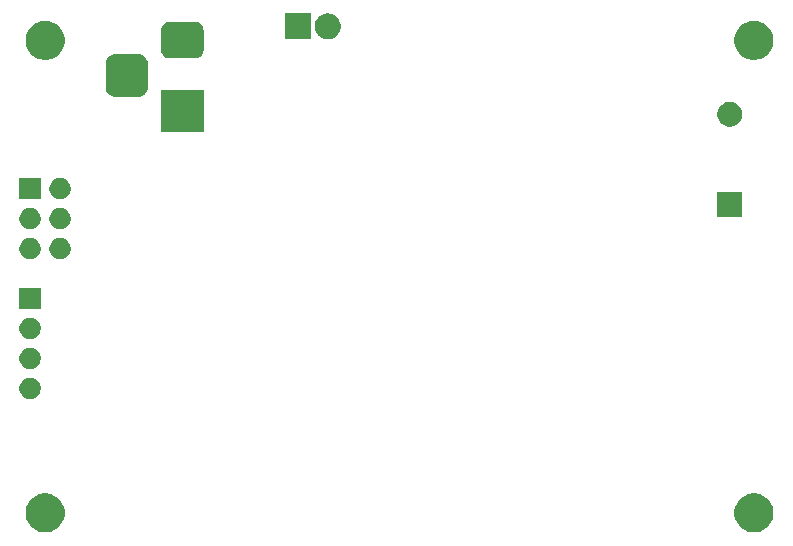
<source format=gbr>
G04 #@! TF.GenerationSoftware,KiCad,Pcbnew,(5.1.5-0-10_14)*
G04 #@! TF.CreationDate,2020-02-02T16:03:58+03:00*
G04 #@! TF.ProjectId,timer,74696d65-722e-46b6-9963-61645f706362,rev?*
G04 #@! TF.SameCoordinates,Original*
G04 #@! TF.FileFunction,Soldermask,Bot*
G04 #@! TF.FilePolarity,Negative*
%FSLAX46Y46*%
G04 Gerber Fmt 4.6, Leading zero omitted, Abs format (unit mm)*
G04 Created by KiCad (PCBNEW (5.1.5-0-10_14)) date 2020-02-02 16:03:58*
%MOMM*%
%LPD*%
G04 APERTURE LIST*
%ADD10C,0.100000*%
G04 APERTURE END LIST*
D10*
G36*
X190375256Y-122391298D02*
G01*
X190481579Y-122412447D01*
X190782042Y-122536903D01*
X191052451Y-122717585D01*
X191282415Y-122947549D01*
X191463097Y-123217958D01*
X191587553Y-123518421D01*
X191651000Y-123837391D01*
X191651000Y-124162609D01*
X191587553Y-124481579D01*
X191463097Y-124782042D01*
X191282415Y-125052451D01*
X191052451Y-125282415D01*
X190782042Y-125463097D01*
X190481579Y-125587553D01*
X190375256Y-125608702D01*
X190162611Y-125651000D01*
X189837389Y-125651000D01*
X189624744Y-125608702D01*
X189518421Y-125587553D01*
X189217958Y-125463097D01*
X188947549Y-125282415D01*
X188717585Y-125052451D01*
X188536903Y-124782042D01*
X188412447Y-124481579D01*
X188349000Y-124162609D01*
X188349000Y-123837391D01*
X188412447Y-123518421D01*
X188536903Y-123217958D01*
X188717585Y-122947549D01*
X188947549Y-122717585D01*
X189217958Y-122536903D01*
X189518421Y-122412447D01*
X189624744Y-122391298D01*
X189837389Y-122349000D01*
X190162611Y-122349000D01*
X190375256Y-122391298D01*
G37*
G36*
X130375256Y-122391298D02*
G01*
X130481579Y-122412447D01*
X130782042Y-122536903D01*
X131052451Y-122717585D01*
X131282415Y-122947549D01*
X131463097Y-123217958D01*
X131587553Y-123518421D01*
X131651000Y-123837391D01*
X131651000Y-124162609D01*
X131587553Y-124481579D01*
X131463097Y-124782042D01*
X131282415Y-125052451D01*
X131052451Y-125282415D01*
X130782042Y-125463097D01*
X130481579Y-125587553D01*
X130375256Y-125608702D01*
X130162611Y-125651000D01*
X129837389Y-125651000D01*
X129624744Y-125608702D01*
X129518421Y-125587553D01*
X129217958Y-125463097D01*
X128947549Y-125282415D01*
X128717585Y-125052451D01*
X128536903Y-124782042D01*
X128412447Y-124481579D01*
X128349000Y-124162609D01*
X128349000Y-123837391D01*
X128412447Y-123518421D01*
X128536903Y-123217958D01*
X128717585Y-122947549D01*
X128947549Y-122717585D01*
X129217958Y-122536903D01*
X129518421Y-122412447D01*
X129624744Y-122391298D01*
X129837389Y-122349000D01*
X130162611Y-122349000D01*
X130375256Y-122391298D01*
G37*
G36*
X128838512Y-112565727D02*
G01*
X128987812Y-112595424D01*
X129151784Y-112663344D01*
X129299354Y-112761947D01*
X129424853Y-112887446D01*
X129523456Y-113035016D01*
X129591376Y-113198988D01*
X129626000Y-113373059D01*
X129626000Y-113550541D01*
X129591376Y-113724612D01*
X129523456Y-113888584D01*
X129424853Y-114036154D01*
X129299354Y-114161653D01*
X129151784Y-114260256D01*
X128987812Y-114328176D01*
X128838512Y-114357873D01*
X128813742Y-114362800D01*
X128636258Y-114362800D01*
X128611488Y-114357873D01*
X128462188Y-114328176D01*
X128298216Y-114260256D01*
X128150646Y-114161653D01*
X128025147Y-114036154D01*
X127926544Y-113888584D01*
X127858624Y-113724612D01*
X127824000Y-113550541D01*
X127824000Y-113373059D01*
X127858624Y-113198988D01*
X127926544Y-113035016D01*
X128025147Y-112887446D01*
X128150646Y-112761947D01*
X128298216Y-112663344D01*
X128462188Y-112595424D01*
X128611488Y-112565727D01*
X128636258Y-112560800D01*
X128813742Y-112560800D01*
X128838512Y-112565727D01*
G37*
G36*
X128838512Y-110025727D02*
G01*
X128987812Y-110055424D01*
X129151784Y-110123344D01*
X129299354Y-110221947D01*
X129424853Y-110347446D01*
X129523456Y-110495016D01*
X129591376Y-110658988D01*
X129626000Y-110833059D01*
X129626000Y-111010541D01*
X129591376Y-111184612D01*
X129523456Y-111348584D01*
X129424853Y-111496154D01*
X129299354Y-111621653D01*
X129151784Y-111720256D01*
X128987812Y-111788176D01*
X128838512Y-111817873D01*
X128813742Y-111822800D01*
X128636258Y-111822800D01*
X128611488Y-111817873D01*
X128462188Y-111788176D01*
X128298216Y-111720256D01*
X128150646Y-111621653D01*
X128025147Y-111496154D01*
X127926544Y-111348584D01*
X127858624Y-111184612D01*
X127824000Y-111010541D01*
X127824000Y-110833059D01*
X127858624Y-110658988D01*
X127926544Y-110495016D01*
X128025147Y-110347446D01*
X128150646Y-110221947D01*
X128298216Y-110123344D01*
X128462188Y-110055424D01*
X128611488Y-110025727D01*
X128636258Y-110020800D01*
X128813742Y-110020800D01*
X128838512Y-110025727D01*
G37*
G36*
X128838512Y-107485727D02*
G01*
X128987812Y-107515424D01*
X129151784Y-107583344D01*
X129299354Y-107681947D01*
X129424853Y-107807446D01*
X129523456Y-107955016D01*
X129591376Y-108118988D01*
X129626000Y-108293059D01*
X129626000Y-108470541D01*
X129591376Y-108644612D01*
X129523456Y-108808584D01*
X129424853Y-108956154D01*
X129299354Y-109081653D01*
X129151784Y-109180256D01*
X128987812Y-109248176D01*
X128838512Y-109277873D01*
X128813742Y-109282800D01*
X128636258Y-109282800D01*
X128611488Y-109277873D01*
X128462188Y-109248176D01*
X128298216Y-109180256D01*
X128150646Y-109081653D01*
X128025147Y-108956154D01*
X127926544Y-108808584D01*
X127858624Y-108644612D01*
X127824000Y-108470541D01*
X127824000Y-108293059D01*
X127858624Y-108118988D01*
X127926544Y-107955016D01*
X128025147Y-107807446D01*
X128150646Y-107681947D01*
X128298216Y-107583344D01*
X128462188Y-107515424D01*
X128611488Y-107485727D01*
X128636258Y-107480800D01*
X128813742Y-107480800D01*
X128838512Y-107485727D01*
G37*
G36*
X129626000Y-106742800D02*
G01*
X127824000Y-106742800D01*
X127824000Y-104940800D01*
X129626000Y-104940800D01*
X129626000Y-106742800D01*
G37*
G36*
X131378512Y-100729327D02*
G01*
X131527812Y-100759024D01*
X131691784Y-100826944D01*
X131839354Y-100925547D01*
X131964853Y-101051046D01*
X132063456Y-101198616D01*
X132131376Y-101362588D01*
X132166000Y-101536659D01*
X132166000Y-101714141D01*
X132131376Y-101888212D01*
X132063456Y-102052184D01*
X131964853Y-102199754D01*
X131839354Y-102325253D01*
X131691784Y-102423856D01*
X131527812Y-102491776D01*
X131378512Y-102521473D01*
X131353742Y-102526400D01*
X131176258Y-102526400D01*
X131151488Y-102521473D01*
X131002188Y-102491776D01*
X130838216Y-102423856D01*
X130690646Y-102325253D01*
X130565147Y-102199754D01*
X130466544Y-102052184D01*
X130398624Y-101888212D01*
X130364000Y-101714141D01*
X130364000Y-101536659D01*
X130398624Y-101362588D01*
X130466544Y-101198616D01*
X130565147Y-101051046D01*
X130690646Y-100925547D01*
X130838216Y-100826944D01*
X131002188Y-100759024D01*
X131151488Y-100729327D01*
X131176258Y-100724400D01*
X131353742Y-100724400D01*
X131378512Y-100729327D01*
G37*
G36*
X128838512Y-100729327D02*
G01*
X128987812Y-100759024D01*
X129151784Y-100826944D01*
X129299354Y-100925547D01*
X129424853Y-101051046D01*
X129523456Y-101198616D01*
X129591376Y-101362588D01*
X129626000Y-101536659D01*
X129626000Y-101714141D01*
X129591376Y-101888212D01*
X129523456Y-102052184D01*
X129424853Y-102199754D01*
X129299354Y-102325253D01*
X129151784Y-102423856D01*
X128987812Y-102491776D01*
X128838512Y-102521473D01*
X128813742Y-102526400D01*
X128636258Y-102526400D01*
X128611488Y-102521473D01*
X128462188Y-102491776D01*
X128298216Y-102423856D01*
X128150646Y-102325253D01*
X128025147Y-102199754D01*
X127926544Y-102052184D01*
X127858624Y-101888212D01*
X127824000Y-101714141D01*
X127824000Y-101536659D01*
X127858624Y-101362588D01*
X127926544Y-101198616D01*
X128025147Y-101051046D01*
X128150646Y-100925547D01*
X128298216Y-100826944D01*
X128462188Y-100759024D01*
X128611488Y-100729327D01*
X128636258Y-100724400D01*
X128813742Y-100724400D01*
X128838512Y-100729327D01*
G37*
G36*
X131378512Y-98189327D02*
G01*
X131527812Y-98219024D01*
X131691784Y-98286944D01*
X131839354Y-98385547D01*
X131964853Y-98511046D01*
X132063456Y-98658616D01*
X132131376Y-98822588D01*
X132166000Y-98996659D01*
X132166000Y-99174141D01*
X132131376Y-99348212D01*
X132063456Y-99512184D01*
X131964853Y-99659754D01*
X131839354Y-99785253D01*
X131691784Y-99883856D01*
X131527812Y-99951776D01*
X131378512Y-99981473D01*
X131353742Y-99986400D01*
X131176258Y-99986400D01*
X131151488Y-99981473D01*
X131002188Y-99951776D01*
X130838216Y-99883856D01*
X130690646Y-99785253D01*
X130565147Y-99659754D01*
X130466544Y-99512184D01*
X130398624Y-99348212D01*
X130364000Y-99174141D01*
X130364000Y-98996659D01*
X130398624Y-98822588D01*
X130466544Y-98658616D01*
X130565147Y-98511046D01*
X130690646Y-98385547D01*
X130838216Y-98286944D01*
X131002188Y-98219024D01*
X131151488Y-98189327D01*
X131176258Y-98184400D01*
X131353742Y-98184400D01*
X131378512Y-98189327D01*
G37*
G36*
X128838512Y-98189327D02*
G01*
X128987812Y-98219024D01*
X129151784Y-98286944D01*
X129299354Y-98385547D01*
X129424853Y-98511046D01*
X129523456Y-98658616D01*
X129591376Y-98822588D01*
X129626000Y-98996659D01*
X129626000Y-99174141D01*
X129591376Y-99348212D01*
X129523456Y-99512184D01*
X129424853Y-99659754D01*
X129299354Y-99785253D01*
X129151784Y-99883856D01*
X128987812Y-99951776D01*
X128838512Y-99981473D01*
X128813742Y-99986400D01*
X128636258Y-99986400D01*
X128611488Y-99981473D01*
X128462188Y-99951776D01*
X128298216Y-99883856D01*
X128150646Y-99785253D01*
X128025147Y-99659754D01*
X127926544Y-99512184D01*
X127858624Y-99348212D01*
X127824000Y-99174141D01*
X127824000Y-98996659D01*
X127858624Y-98822588D01*
X127926544Y-98658616D01*
X128025147Y-98511046D01*
X128150646Y-98385547D01*
X128298216Y-98286944D01*
X128462188Y-98219024D01*
X128611488Y-98189327D01*
X128636258Y-98184400D01*
X128813742Y-98184400D01*
X128838512Y-98189327D01*
G37*
G36*
X189011000Y-98907800D02*
G01*
X186909000Y-98907800D01*
X186909000Y-96805800D01*
X189011000Y-96805800D01*
X189011000Y-98907800D01*
G37*
G36*
X131378512Y-95649327D02*
G01*
X131527812Y-95679024D01*
X131691784Y-95746944D01*
X131839354Y-95845547D01*
X131964853Y-95971046D01*
X132063456Y-96118616D01*
X132131376Y-96282588D01*
X132166000Y-96456659D01*
X132166000Y-96634141D01*
X132131376Y-96808212D01*
X132063456Y-96972184D01*
X131964853Y-97119754D01*
X131839354Y-97245253D01*
X131691784Y-97343856D01*
X131527812Y-97411776D01*
X131378512Y-97441473D01*
X131353742Y-97446400D01*
X131176258Y-97446400D01*
X131151488Y-97441473D01*
X131002188Y-97411776D01*
X130838216Y-97343856D01*
X130690646Y-97245253D01*
X130565147Y-97119754D01*
X130466544Y-96972184D01*
X130398624Y-96808212D01*
X130364000Y-96634141D01*
X130364000Y-96456659D01*
X130398624Y-96282588D01*
X130466544Y-96118616D01*
X130565147Y-95971046D01*
X130690646Y-95845547D01*
X130838216Y-95746944D01*
X131002188Y-95679024D01*
X131151488Y-95649327D01*
X131176258Y-95644400D01*
X131353742Y-95644400D01*
X131378512Y-95649327D01*
G37*
G36*
X129626000Y-97446400D02*
G01*
X127824000Y-97446400D01*
X127824000Y-95644400D01*
X129626000Y-95644400D01*
X129626000Y-97446400D01*
G37*
G36*
X143415401Y-91767800D02*
G01*
X139813401Y-91767800D01*
X139813401Y-88165800D01*
X143415401Y-88165800D01*
X143415401Y-91767800D01*
G37*
G36*
X188266564Y-89246189D02*
G01*
X188457833Y-89325415D01*
X188457835Y-89325416D01*
X188629973Y-89440435D01*
X188776365Y-89586827D01*
X188891385Y-89758967D01*
X188970611Y-89950236D01*
X189011000Y-90153284D01*
X189011000Y-90360316D01*
X188970611Y-90563364D01*
X188891385Y-90754633D01*
X188891384Y-90754635D01*
X188776365Y-90926773D01*
X188629973Y-91073165D01*
X188457835Y-91188184D01*
X188457834Y-91188185D01*
X188457833Y-91188185D01*
X188266564Y-91267411D01*
X188063516Y-91307800D01*
X187856484Y-91307800D01*
X187653436Y-91267411D01*
X187462167Y-91188185D01*
X187462166Y-91188185D01*
X187462165Y-91188184D01*
X187290027Y-91073165D01*
X187143635Y-90926773D01*
X187028616Y-90754635D01*
X187028615Y-90754633D01*
X186949389Y-90563364D01*
X186909000Y-90360316D01*
X186909000Y-90153284D01*
X186949389Y-89950236D01*
X187028615Y-89758967D01*
X187143635Y-89586827D01*
X187290027Y-89440435D01*
X187462165Y-89325416D01*
X187462167Y-89325415D01*
X187653436Y-89246189D01*
X187856484Y-89205800D01*
X188063516Y-89205800D01*
X188266564Y-89246189D01*
G37*
G36*
X138040767Y-85182495D02*
G01*
X138197861Y-85230149D01*
X138342632Y-85307531D01*
X138469529Y-85411672D01*
X138573670Y-85538569D01*
X138651052Y-85683340D01*
X138698706Y-85840434D01*
X138715401Y-86009940D01*
X138715401Y-87923660D01*
X138698706Y-88093166D01*
X138651052Y-88250260D01*
X138573670Y-88395031D01*
X138469529Y-88521928D01*
X138342632Y-88626069D01*
X138197861Y-88703451D01*
X138040767Y-88751105D01*
X137871261Y-88767800D01*
X135957541Y-88767800D01*
X135788035Y-88751105D01*
X135630941Y-88703451D01*
X135486170Y-88626069D01*
X135359273Y-88521928D01*
X135255132Y-88395031D01*
X135177750Y-88250260D01*
X135130096Y-88093166D01*
X135113401Y-87923660D01*
X135113401Y-86009940D01*
X135130096Y-85840434D01*
X135177750Y-85683340D01*
X135255132Y-85538569D01*
X135359273Y-85411672D01*
X135486170Y-85307531D01*
X135630941Y-85230149D01*
X135788035Y-85182495D01*
X135957541Y-85165800D01*
X137871261Y-85165800D01*
X138040767Y-85182495D01*
G37*
G36*
X130375256Y-82391298D02*
G01*
X130481579Y-82412447D01*
X130651549Y-82482851D01*
X130780983Y-82536464D01*
X130782042Y-82536903D01*
X131052451Y-82717585D01*
X131282415Y-82947549D01*
X131463097Y-83217958D01*
X131587553Y-83518421D01*
X131651000Y-83837391D01*
X131651000Y-84162609D01*
X131587553Y-84481579D01*
X131463097Y-84782042D01*
X131282415Y-85052451D01*
X131052451Y-85282415D01*
X130782042Y-85463097D01*
X130481579Y-85587553D01*
X130375256Y-85608702D01*
X130162611Y-85651000D01*
X129837389Y-85651000D01*
X129624744Y-85608702D01*
X129518421Y-85587553D01*
X129217958Y-85463097D01*
X128947549Y-85282415D01*
X128717585Y-85052451D01*
X128536903Y-84782042D01*
X128412447Y-84481579D01*
X128349000Y-84162609D01*
X128349000Y-83837391D01*
X128412447Y-83518421D01*
X128536903Y-83217958D01*
X128717585Y-82947549D01*
X128947549Y-82717585D01*
X129217958Y-82536903D01*
X129219018Y-82536464D01*
X129348451Y-82482851D01*
X129518421Y-82412447D01*
X129624744Y-82391298D01*
X129837389Y-82349000D01*
X130162611Y-82349000D01*
X130375256Y-82391298D01*
G37*
G36*
X190375256Y-82391298D02*
G01*
X190481579Y-82412447D01*
X190651549Y-82482851D01*
X190780983Y-82536464D01*
X190782042Y-82536903D01*
X191052451Y-82717585D01*
X191282415Y-82947549D01*
X191463097Y-83217958D01*
X191587553Y-83518421D01*
X191651000Y-83837391D01*
X191651000Y-84162609D01*
X191587553Y-84481579D01*
X191463097Y-84782042D01*
X191282415Y-85052451D01*
X191052451Y-85282415D01*
X190782042Y-85463097D01*
X190481579Y-85587553D01*
X190375256Y-85608702D01*
X190162611Y-85651000D01*
X189837389Y-85651000D01*
X189624744Y-85608702D01*
X189518421Y-85587553D01*
X189217958Y-85463097D01*
X188947549Y-85282415D01*
X188717585Y-85052451D01*
X188536903Y-84782042D01*
X188412447Y-84481579D01*
X188349000Y-84162609D01*
X188349000Y-83837391D01*
X188412447Y-83518421D01*
X188536903Y-83217958D01*
X188717585Y-82947549D01*
X188947549Y-82717585D01*
X189217958Y-82536903D01*
X189219018Y-82536464D01*
X189348451Y-82482851D01*
X189518421Y-82412447D01*
X189624744Y-82391298D01*
X189837389Y-82349000D01*
X190162611Y-82349000D01*
X190375256Y-82391298D01*
G37*
G36*
X142841380Y-82430093D02*
G01*
X142975026Y-82470634D01*
X143098185Y-82536464D01*
X143206141Y-82625060D01*
X143294737Y-82733016D01*
X143360567Y-82856175D01*
X143401108Y-82989821D01*
X143415401Y-83134940D01*
X143415401Y-84798660D01*
X143401108Y-84943779D01*
X143360567Y-85077425D01*
X143294737Y-85200584D01*
X143206141Y-85308540D01*
X143098185Y-85397136D01*
X142975026Y-85462966D01*
X142841380Y-85503507D01*
X142696261Y-85517800D01*
X140532541Y-85517800D01*
X140387422Y-85503507D01*
X140253776Y-85462966D01*
X140130617Y-85397136D01*
X140022661Y-85308540D01*
X139934065Y-85200584D01*
X139868235Y-85077425D01*
X139827694Y-84943779D01*
X139813401Y-84798660D01*
X139813401Y-83134940D01*
X139827694Y-82989821D01*
X139868235Y-82856175D01*
X139934065Y-82733016D01*
X140022661Y-82625060D01*
X140130617Y-82536464D01*
X140253776Y-82470634D01*
X140387422Y-82430093D01*
X140532541Y-82415800D01*
X142696261Y-82415800D01*
X142841380Y-82430093D01*
G37*
G36*
X152485000Y-83905000D02*
G01*
X150283000Y-83905000D01*
X150283000Y-81703000D01*
X152485000Y-81703000D01*
X152485000Y-83905000D01*
G37*
G36*
X154138794Y-81724155D02*
G01*
X154245150Y-81745311D01*
X154445520Y-81828307D01*
X154625844Y-81948795D01*
X154779205Y-82102156D01*
X154899693Y-82282480D01*
X154899693Y-82282481D01*
X154982689Y-82482850D01*
X155025000Y-82695561D01*
X155025000Y-82912439D01*
X154982689Y-83125150D01*
X154944246Y-83217958D01*
X154899693Y-83325520D01*
X154779205Y-83505844D01*
X154625844Y-83659205D01*
X154445520Y-83779693D01*
X154345334Y-83821191D01*
X154245150Y-83862689D01*
X154138794Y-83883845D01*
X154032440Y-83905000D01*
X153815560Y-83905000D01*
X153709205Y-83883844D01*
X153602850Y-83862689D01*
X153502666Y-83821191D01*
X153402480Y-83779693D01*
X153222156Y-83659205D01*
X153068795Y-83505844D01*
X152948307Y-83325520D01*
X152903754Y-83217958D01*
X152865311Y-83125150D01*
X152823000Y-82912439D01*
X152823000Y-82695561D01*
X152865311Y-82482850D01*
X152948307Y-82282481D01*
X152948307Y-82282480D01*
X153068795Y-82102156D01*
X153222156Y-81948795D01*
X153402480Y-81828307D01*
X153602850Y-81745311D01*
X153709206Y-81724155D01*
X153815560Y-81703000D01*
X154032440Y-81703000D01*
X154138794Y-81724155D01*
G37*
M02*

</source>
